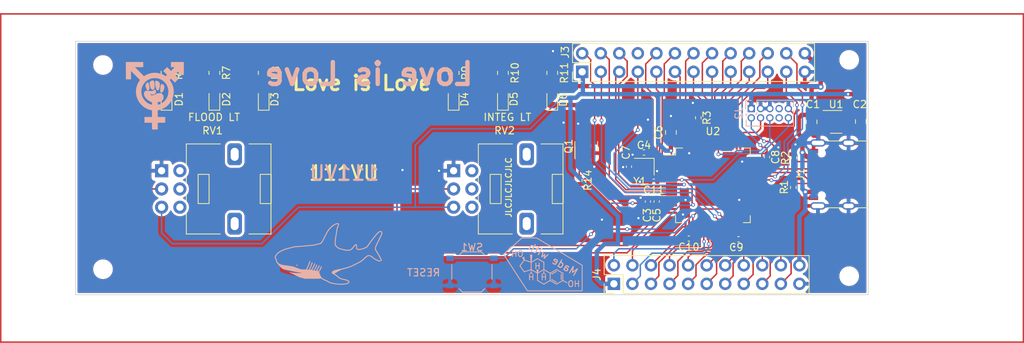
<source format=kicad_pcb>
(kicad_pcb (version 20221018) (generator pcbnew)

  (general
    (thickness 1.6)
  )

  (paper "A4")
  (layers
    (0 "F.Cu" signal)
    (31 "B.Cu" signal)
    (34 "B.Paste" user)
    (35 "F.Paste" user)
    (36 "B.SilkS" user "B.Silkscreen")
    (37 "F.SilkS" user "F.Silkscreen")
    (38 "B.Mask" user)
    (39 "F.Mask" user)
    (44 "Edge.Cuts" user)
    (45 "Margin" user)
    (46 "B.CrtYd" user "B.Courtyard")
    (47 "F.CrtYd" user "F.Courtyard")
    (48 "B.Fab" user)
    (49 "F.Fab" user)
  )

  (setup
    (stackup
      (layer "F.SilkS" (type "Top Silk Screen") (color "White"))
      (layer "F.Paste" (type "Top Solder Paste"))
      (layer "F.Mask" (type "Top Solder Mask") (color "Black") (thickness 0.01))
      (layer "F.Cu" (type "copper") (thickness 0.035))
      (layer "dielectric 1" (type "core") (thickness 1.51) (material "FR4") (epsilon_r 4.5) (loss_tangent 0.02))
      (layer "B.Cu" (type "copper") (thickness 0.035))
      (layer "B.Mask" (type "Bottom Solder Mask") (color "Black") (thickness 0.01))
      (layer "B.Paste" (type "Bottom Solder Paste"))
      (layer "B.SilkS" (type "Bottom Silk Screen") (color "White"))
      (copper_finish "None")
      (dielectric_constraints yes)
    )
    (pad_to_mask_clearance 0)
    (aux_axis_origin 93.35 106.5)
    (grid_origin 93.35 106.5)
    (pcbplotparams
      (layerselection 0x00010fc_ffffffff)
      (plot_on_all_layers_selection 0x0000000_00000000)
      (disableapertmacros false)
      (usegerberextensions false)
      (usegerberattributes true)
      (usegerberadvancedattributes true)
      (creategerberjobfile true)
      (dashed_line_dash_ratio 12.000000)
      (dashed_line_gap_ratio 3.000000)
      (svgprecision 4)
      (plotframeref false)
      (viasonmask false)
      (mode 1)
      (useauxorigin false)
      (hpglpennumber 1)
      (hpglpenspeed 20)
      (hpglpendiameter 15.000000)
      (dxfpolygonmode true)
      (dxfimperialunits true)
      (dxfusepcbnewfont true)
      (psnegative false)
      (psa4output false)
      (plotreference false)
      (plotvalue false)
      (plotinvisibletext false)
      (sketchpadsonfab false)
      (subtractmaskfromsilk false)
      (outputformat 1)
      (mirror false)
      (drillshape 0)
      (scaleselection 1)
      (outputdirectory "Manufacturing/")
    )
  )

  (net 0 "")
  (net 1 "GND")
  (net 2 "+3V3")
  (net 3 "/SWD_NRST")
  (net 4 "VBUS")
  (net 5 "Net-(J1-CC1)")
  (net 6 "/USB_D+")
  (net 7 "/USB_D-")
  (net 8 "unconnected-(J1-SBU1-PadA8)")
  (net 9 "Net-(J1-CC2)")
  (net 10 "unconnected-(J1-SBU2-PadB8)")
  (net 11 "/POT_2")
  (net 12 "/POT_1")
  (net 13 "unconnected-(U1-NC-Pad4)")
  (net 14 "/SWD_IO")
  (net 15 "/SWD_CLK")
  (net 16 "/SWD_TRACE")
  (net 17 "unconnected-(J2-KEY-Pad7)")
  (net 18 "unconnected-(J2-NC{slash}TDI-Pad8)")
  (net 19 "unconnected-(J3-Pin_8-Pad8)")
  (net 20 "/HSE_IN")
  (net 21 "/HSE_OUT")
  (net 22 "Net-(D1-A)")
  (net 23 "Net-(D2-A)")
  (net 24 "/BOOT0")
  (net 25 "/LED_PWR")
  (net 26 "Net-(D3-A)")
  (net 27 "Net-(D4-A)")
  (net 28 "Net-(D5-A)")
  (net 29 "Net-(D6-A)")
  (net 30 "/E_WXR_PC9")
  (net 31 "/E_WXR_PA8")
  (net 32 "/E_WXR_PC8")
  (net 33 "/E_WXR_PC7")
  (net 34 "/E_B_PB5")
  (net 35 "/E_B_PB4")
  (net 36 "/E_B_PD2")
  (net 37 "/E_B_PC11")
  (net 38 "/E_B_PC12")
  (net 39 "/E_B_PC10")
  (net 40 "/E_WXR_PA3")
  (net 41 "/E_WXR_PA5")
  (net 42 "/E_WXR_PA4")
  (net 43 "/E_WXR_PC5")
  (net 44 "/E_WXR_PC4")
  (net 45 "/E_WXR_PA6")
  (net 46 "/E_WXR_PA7")
  (net 47 "/E_WXR_PB10")
  (net 48 "/E_WXR_PB2")
  (net 49 "/E_WXR_PB12")
  (net 50 "/E_WXR_PB11")
  (net 51 "/E_WXR_PB14")
  (net 52 "/E_WXR_PB13")
  (net 53 "/E_WXR_PC6")
  (net 54 "/E_WXR_PB15")
  (net 55 "/E_B_PB0")
  (net 56 "/E_B_PB1")
  (net 57 "/E_B_PC3")
  (net 58 "/PA0")
  (net 59 "/E_B_PC2")
  (net 60 "/E_B_PC1")
  (net 61 "/E_B_PC0")
  (net 62 "/E_B_PC14")
  (net 63 "/E_B_PC15")
  (net 64 "/E_B_PC13")
  (net 65 "/E_B_PB9")
  (net 66 "/E_B_PB7")
  (net 67 "/E_B_PB8")
  (net 68 "/E_B_PB6")
  (net 69 "/E_B_PA15")
  (net 70 "/E_B_PA10")
  (net 71 "/E_B_PA9")

  (footprint "Capacitor_SMD:C_0805_2012Metric" (layer "F.Cu") (at 200.85 82.75 -90))

  (footprint "Resistor_SMD:R_0805_2012Metric" (layer "F.Cu") (at 105.8 76.0875 -90))

  (footprint "Capacitor_SMD:C_0402_1005Metric" (layer "F.Cu") (at 172.9 93.72 90))

  (footprint "Capacitor_SMD:C_0805_2012Metric" (layer "F.Cu") (at 194.1 82.8 -90))

  (footprint "Resistor_SMD:R_0402_1005Metric" (layer "F.Cu") (at 191.6 91.79 -90))

  (footprint "MountingHole:MountingHole_2.2mm_M2" (layer "F.Cu") (at 199.25 103.95))

  (footprint "Resistor_SMD:R_0805_2012Metric" (layer "F.Cu") (at 151.85 76.0875 -90))

  (footprint "Resistor_SMD:R_0402_1005Metric" (layer "F.Cu") (at 191.7 87.74 90))

  (footprint "Resistor_SMD:R_0402_1005Metric" (layer "F.Cu") (at 178.6 82.2375 -90))

  (footprint "Capacitor_SMD:C_0402_1005Metric" (layer "F.Cu") (at 171.155 87 180))

  (footprint "Resistor_SMD:R_0805_2012Metric" (layer "F.Cu") (at 145.1 76.0875 -90))

  (footprint "MountingHole:MountingHole_2.2mm_M2" (layer "F.Cu") (at 97.1 103))

  (footprint "LED_SMD:LED_0603_1608Metric" (layer "F.Cu") (at 145.1 79.7125 90))

  (footprint "MountingHole:MountingHole_2.2mm_M2" (layer "F.Cu") (at 199.25 74.3))

  (footprint "Capacitor_SMD:C_0402_1005Metric" (layer "F.Cu") (at 184.1 98.9 180))

  (footprint "NiasStuff:Potentiometer_Alps_RK09L_Double_Vertical" (layer "F.Cu") (at 145.1 89.5))

  (footprint "LED_SMD:LED_0603_1608Metric" (layer "F.Cu") (at 112.35 79.7125 90))

  (footprint "Package_TO_SOT_SMD:SOT-23-5" (layer "F.Cu") (at 197.4625 82.8))

  (footprint "LED_SMD:LED_0603_1608Metric" (layer "F.Cu") (at 105.8 79.7125 90))

  (footprint "NiasStuff:Potentiometer_Alps_RK09L_Double_Vertical" (layer "F.Cu") (at 105.125 89.5))

  (footprint "Package_QFP:LQFP-64_10x10mm_P0.5mm" (layer "F.Cu") (at 180.6 91.5))

  (footprint "Capacitor_SMD:C_0402_1005Metric" (layer "F.Cu") (at 169.1 88.945 90))

  (footprint "NiasStuff:USB_C_Receptacle_G-Switch_GT-USB-7010ASV" (layer "F.Cu") (at 198.1 90 90))

  (footprint "LED_SMD:LED_0603_1608Metric" (layer "F.Cu") (at 158.6 79.7125 90))

  (footprint "LED_SMD:LED_0603_1608Metric" (layer "F.Cu") (at 151.85 79.7125 90))

  (footprint "Crystal:Crystal_SMD_2016-4Pin_2.0x1.6mm" (layer "F.Cu") (at 171.2 88.95 180))

  (footprint "Resistor_SMD:R_0402_1005Metric" (layer "F.Cu") (at 162.3 90.81 -90))

  (footprint "Capacitor_SMD:C_0402_1005Metric" (layer "F.Cu") (at 177.3 98.8 180))

  (footprint "LED_SMD:LED_0603_1608Metric" (layer "F.Cu") (at 119.1 79.7125 90))

  (footprint "Package_TO_SOT_SMD:SOT-23" (layer "F.Cu") (at 163.25 86.15 90))

  (footprint "Resistor_SMD:R_0805_2012Metric" (layer "F.Cu") (at 119.1 76.0875 -90))

  (footprint "Capacitor_SMD:C_0402_1005Metric" (layer "F.Cu") (at 171.7 93.72 90))

  (footprint "Connector_PinHeader_2.54mm:PinHeader_2x11_P2.54mm_Vertical" (layer "F.Cu") (at 167.04 105 90))

  (footprint "Resistor_SMD:R_0805_2012Metric" (layer "F.Cu") (at 112.35 76.0875 -90))

  (footprint "Capacitor_SMD:C_0402_1005Metric" (layer "F.Cu") (at 188 87.62 -90))

  (footprint "MountingHole:MountingHole_2.2mm_M2" (layer "F.Cu") (at 97.1 75))

  (footprint "Capacitor_SMD:C_0402_1005Metric" (layer "F.Cu") (at 172.505 91 180))

  (footprint "Capacitor_SMD:C_0805_2012Metric" (layer "F.Cu") (at 174.85 84.25 90))

  (footprint "Resistor_SMD:R_0805_2012Metric" (layer "F.Cu") (at 158.6 76.0875 -90))

  (footprint "Connector_PinHeader_2.54mm:PinHeader_2x13_P2.54mm_Vertical" (layer "F.Cu") (at 162.7 75.94 90))

  (footprint "Button_Switch_SMD:SW_Push_1P1T_XKB_TS-1187A" (layer "B.Cu") (at 147.6 103.375 180))

  (footprint "Connector_PinHeader_1.27mm:PinHeader_2x05_P1.27mm_Vertical" (layer "B.Cu") (at 185.85 80.98 -90))

  (footprint "Xenua:MadeWithEstrogen" (layer "B.Cu")
    (tstamp 4482465b-d5cf-42a2-88e4-f5bc0f7f2d9e)
    (at 157.45 103.05 180)
    (attr smd board_only exclude_from_pos_files exclude_from_bom allow_missing_courtyard)
    (fp_text reference "REF**" (at 0 4.84 unlocked) (layer "B.SilkS") hide
        (effects (font (size 1 1) (thickness 0.15)) (justify mirror))
      (tstamp d03e06e1-f0bb-4b2e-bc99-651a67dfe1c9)
    )
    (fp_text value "MadeWithEstrogen" (at 0 -3.91 unlocked) (layer "B.Fab")
        (effects (font (size 1 1) (thickness 0.15)) (justify mirror))
      (tstamp 4e71f2ca-9c34-4360-bcf4-cb19769d8fca)
    )
    (fp_text user "H" (at 0.866 0 unlocked) (layer "B.SilkS")
        (effects (font (size 0.8 0.8) (thickness 0.12)) (justify bottom mirror))
      (tstamp 06b37c32-0443-4b89-b108-1503f0747ec8)
    )
    (fp_text user "HO" (at -3.19 -1.5 unlocked) (layer "B.SilkS")
        (effects (font (size 0.8 0.8) (thickness 0.12)) (justify right top mirror))
      (tstamp 2483930e-e679-4060-90b4-f8391aa1881f)
    )
    (fp_text user "OH" (at 2.716 1.69 unlocked) (layer "B.SilkS")
        (effects (font (size 0.8 0.8) (thickness 0.12)) (justify left bottom mirror))
      (tstamp 5c5f19a0-a71e-40ba-afc9-96111b69408a)
    )
    (fp_text user "H" (at 0 -0.58 unlocked) (layer "B.SilkS")
        (effects (font (size 0.8 0.8) (thickness 0.12)) (justify top mirror))
      (tstamp 70f4d463-00d9-4384-85d3-dec6eadb2e5e)
    )
    (fp_text user "Made with" (at -4.32 -1.06 330 unlocked) (layer "B.SilkS")
        (effects (font (size 1 1) (thickness 0.15)) (justify left bottom mirror))
      (tstamp 86a93f54-a525-4481-a35c-eb589961456d)
    )
    (fp_text user "H" (at 1.732 -0.58 unlocked) (layer "B.SilkS")
        (effects (fon
... [476956 chars truncated]
</source>
